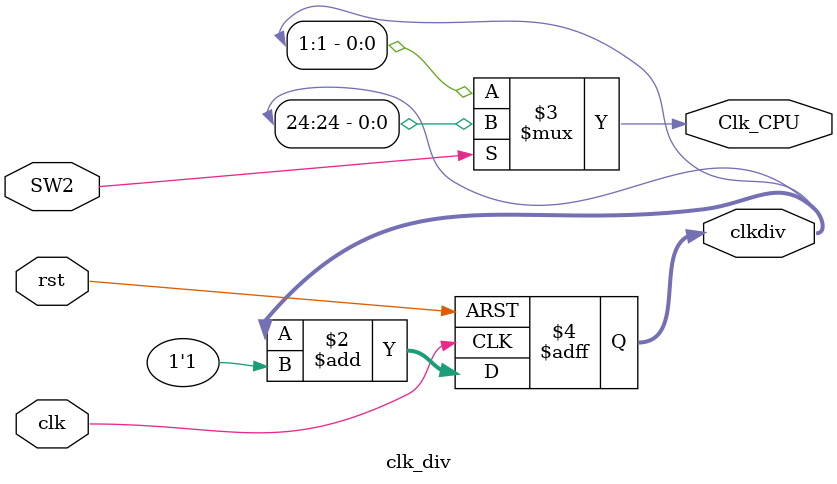
<source format=v>
`timescale 1ns / 1ps
module clk_div(input clk,
               input rst,
               input SW2,
               output reg[31:0]clkdiv,
               output Clk_CPU
              );

// Clock divider-ʱ�ӷ�Ƶ��


always @ (posedge clk or posedge rst) begin
    if (rst) begin
        clkdiv <= 0;
    end else begin
        clkdiv <= clkdiv + 1'b1;
    end
end

assign Clk_CPU = (SW2) ? clkdiv[24] : clkdiv[1];

endmodule

</source>
